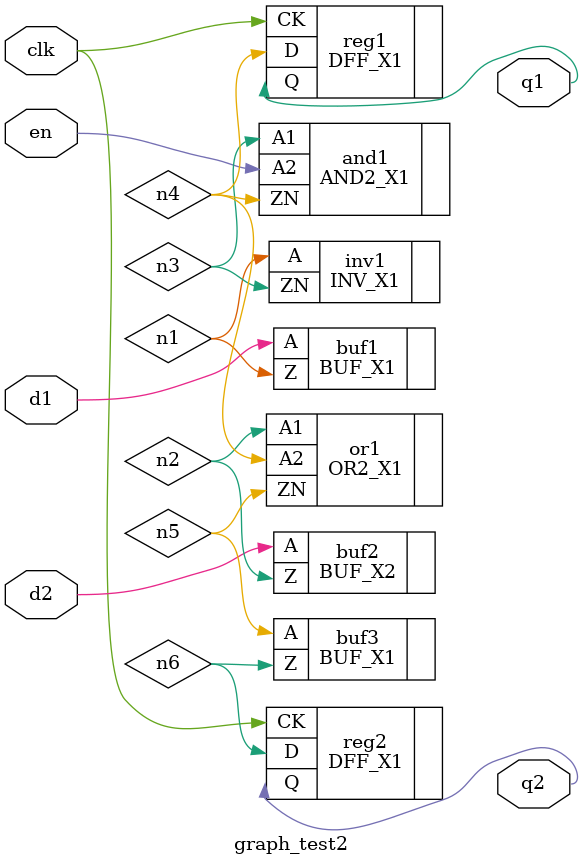
<source format=v>
module graph_test2 (clk, d1, d2, en, q1, q2);
  input clk, d1, d2, en;
  output q1, q2;
  wire n1, n2, n3, n4, n5, n6;

  BUF_X1 buf1 (.A(d1), .Z(n1));
  BUF_X2 buf2 (.A(d2), .Z(n2));
  INV_X1 inv1 (.A(n1), .ZN(n3));
  AND2_X1 and1 (.A1(n3), .A2(en), .ZN(n4));
  OR2_X1 or1 (.A1(n2), .A2(n4), .ZN(n5));
  BUF_X1 buf3 (.A(n5), .Z(n6));
  DFF_X1 reg1 (.D(n4), .CK(clk), .Q(q1));
  DFF_X1 reg2 (.D(n6), .CK(clk), .Q(q2));
endmodule

</source>
